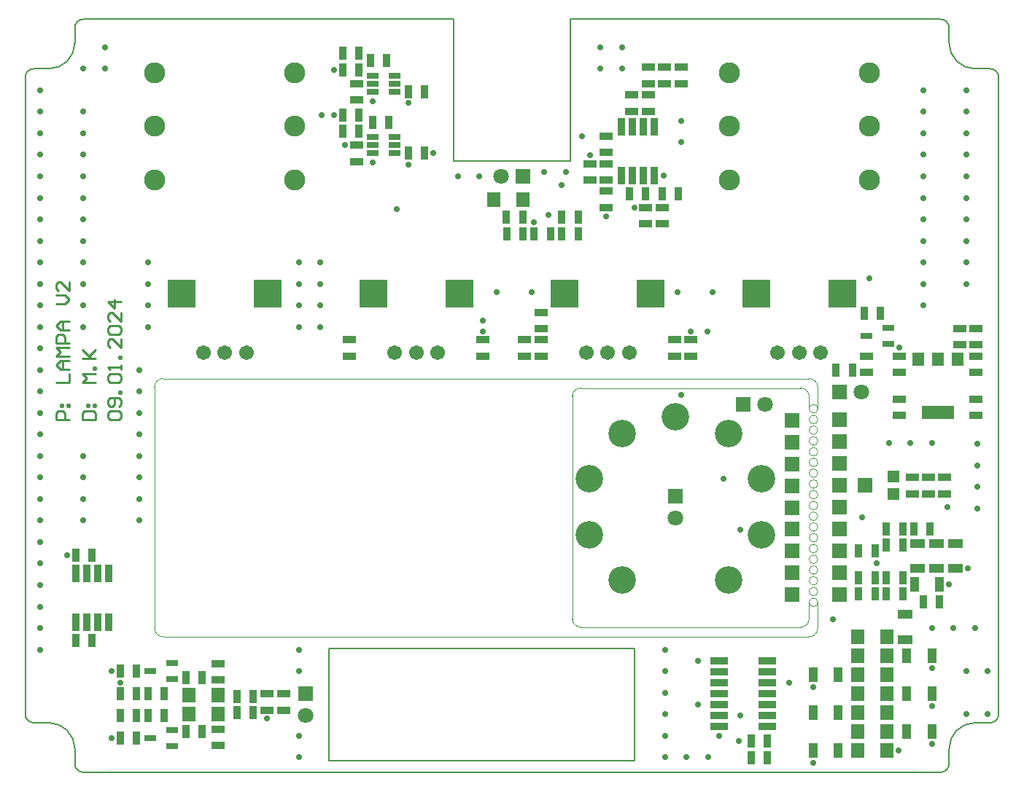
<source format=gts>
G04*
G04 #@! TF.GenerationSoftware,Altium Limited,Altium Designer,24.0.1 (36)*
G04*
G04 Layer_Color=8388736*
%FSAX44Y44*%
%MOMM*%
G71*
G04*
G04 #@! TF.SameCoordinates,BC1AE164-091E-45D8-8033-5DBA2348E9FA*
G04*
G04*
G04 #@! TF.FilePolarity,Negative*
G04*
G01*
G75*
%ADD10C,0.2000*%
%ADD17C,0.1000*%
%ADD31C,0.2540*%
%ADD32R,1.5032X0.9032*%
%ADD33R,0.9032X1.5032*%
%ADD34R,1.8032X1.1032*%
%ADD35R,1.1032X1.8032*%
%ADD36R,2.0032X0.9032*%
%ADD37R,1.4032X1.6032*%
%ADD38R,3.7032X1.6032*%
%ADD39R,1.4032X0.8032*%
%ADD40R,0.9032X2.0032*%
%ADD41R,1.4032X0.7532*%
%ADD42R,1.4032X1.4032*%
%ADD43R,1.7032X1.8032*%
%ADD44R,1.6032X1.8032*%
%ADD45C,1.8032*%
%ADD46R,1.8032X1.8032*%
%ADD47R,3.2032X3.2032*%
%ADD48C,1.7032*%
%ADD49C,2.4532*%
%ADD50R,1.8032X1.8032*%
%ADD51C,3.2032*%
%ADD52C,0.7032*%
D10*
X00855490Y00874477D02*
G03*
X00865490Y00864477I00010000J00000000D01*
G01*
X00912990Y00834487D02*
G03*
X00882990Y00864487I-00030000J00000000D01*
G01*
X00912981Y00816987D02*
G03*
X00922981Y00806987I00010000J00000000D01*
G01*
X01927990Y01654487D02*
G03*
X01957990Y01624487I00030000J00000000D01*
G01*
X01918000Y00806986D02*
G03*
X01928000Y00816987I00000000J00010000D01*
G01*
X00922981Y01681987D02*
G03*
X00912981Y01671987I00000000J-00010000D01*
G01*
X00865490Y01624496D02*
G03*
X00855490Y01614496I00000000J-00010000D01*
G01*
X01985491D02*
G03*
X01975491Y01624496I-00010000J00000000D01*
G01*
Y00864477D02*
G03*
X01985491Y00874477I00000000J00010000D01*
G01*
X01928000Y01671987D02*
G03*
X01918000Y01681987I-00010000J00000000D01*
G01*
X00882990Y01624487D02*
G03*
X00912990Y01654487I00000000J00030000D01*
G01*
X01957990Y00864487D02*
G03*
X01927990Y00834487I00000000J-00030000D01*
G01*
X01207790Y00820487D02*
X01433190Y00820487D01*
X01563190D01*
X01433190Y00950487D02*
X01563190D01*
X01207790Y00950487D02*
X01433190Y00950487D01*
X01563190Y00820487D02*
Y00950487D01*
X01207790Y00820487D02*
Y00950487D01*
X00865481Y00864487D02*
X00882990D01*
X00912990Y00816977D02*
Y00834487D01*
X01927990Y00816977D02*
Y00834487D01*
X01957990Y01624487D02*
X01975500D01*
X01487991Y01681987D02*
X01918000Y01681987D01*
X01927990Y01654487D02*
Y01671996D01*
X01352990Y01517487D02*
Y01669287D01*
X00912990Y01654487D02*
Y01671996D01*
X01957990Y00864487D02*
X01975500D01*
X00922981Y01681987D02*
X01352990D01*
X00922981Y00806987D02*
X01918000Y00806987D01*
X00855490Y00874477D02*
X00855490Y01614496D01*
X01352990Y01669287D02*
Y01681987D01*
X00865481Y01624487D02*
X00882990D01*
X01487991Y01517487D02*
Y01681987D01*
X01433190Y01517487D02*
X01487991D01*
X01352990D02*
X01433190D01*
X01985490Y00874477D02*
X01985490Y01614496D01*
D17*
X01015490Y01264477D02*
G03*
X01005490Y01254477I00000000J-00010000D01*
G01*
Y00974477D02*
G03*
X01015490Y00964477I00010000J00000000D01*
G01*
X01755490Y00975487D02*
G03*
X01765490Y00985487I00000000J00010000D01*
G01*
X01490491D02*
G03*
X01500491Y00975487I00010000J00000000D01*
G01*
Y01253487D02*
G03*
X01490491Y01243487I00000000J-00010000D01*
G01*
X01765490Y01243477D02*
G03*
X01755490Y01253477I-00010000J00000000D01*
G01*
X01775490Y01254477D02*
G03*
X01765490Y01264477I-00010000J00000000D01*
G01*
X01775490Y01004487D02*
G03*
X01775490Y01004487I-00005000J00000000D01*
G01*
Y01041987D02*
G03*
X01775490Y01041987I-00005000J00000000D01*
G01*
Y01029487D02*
G03*
X01775490Y01029487I-00005000J00000000D01*
G01*
Y01016987D02*
G03*
X01775490Y01016987I-00005000J00000000D01*
G01*
Y01079487D02*
G03*
X01775490Y01079487I-00005000J00000000D01*
G01*
Y01066987D02*
G03*
X01775490Y01066987I-00005000J00000000D01*
G01*
Y01054487D02*
G03*
X01775490Y01054487I-00005000J00000000D01*
G01*
Y01116987D02*
G03*
X01775490Y01116987I-00005000J00000000D01*
G01*
Y01104487D02*
G03*
X01775490Y01104487I-00005000J00000000D01*
G01*
Y01091987D02*
G03*
X01775490Y01091987I-00005000J00000000D01*
G01*
Y01129487D02*
G03*
X01775490Y01129487I-00005000J00000000D01*
G01*
Y01141987D02*
G03*
X01775490Y01141987I-00005000J00000000D01*
G01*
Y01154487D02*
G03*
X01775490Y01154487I-00005000J00000000D01*
G01*
Y01166987D02*
G03*
X01775490Y01166987I-00005000J00000000D01*
G01*
Y01179487D02*
G03*
X01775490Y01179487I-00005000J00000000D01*
G01*
Y01191987D02*
G03*
X01775490Y01191987I-00005000J00000000D01*
G01*
Y01204487D02*
G03*
X01775490Y01204487I-00005000J00000000D01*
G01*
Y01216987D02*
G03*
X01775490Y01216987I-00005000J00000000D01*
G01*
Y01229487D02*
G03*
X01775490Y01229487I-00005000J00000000D01*
G01*
X01765490Y00964477D02*
G03*
X01775490Y00974477I00000000J00010000D01*
G01*
X01005490D02*
Y01254477D01*
X01765490Y00985487D02*
Y01004487D01*
X01500491Y00975487D02*
X01755490Y00975487D01*
X01490491Y00983487D02*
Y01245487D01*
X01500491Y01253477D02*
X01755490Y01253477D01*
X01765490Y01229487D02*
Y01243477D01*
X01775490Y00974477D02*
Y01004487D01*
Y01228989D02*
Y01254477D01*
X01015490Y01264477D02*
X01765490Y01264477D01*
X01015490Y00964477D02*
X01765490Y00964477D01*
D31*
X00907012Y01216367D02*
X00891777D01*
Y01223984D01*
X00894317Y01226523D01*
X00899395D01*
X00901934Y01223984D01*
Y01216367D01*
X00896856Y01231602D02*
Y01234141D01*
X00899395D01*
Y01231602D01*
X00896856D01*
X00904473D02*
Y01234141D01*
X00907012D01*
Y01231602D01*
X00904473D01*
X00891777Y01259533D02*
X00907012D01*
Y01269689D01*
Y01274768D02*
X00896856D01*
X00891777Y01279846D01*
X00896856Y01284924D01*
X00907012D01*
X00899395D01*
Y01274768D01*
X00907012Y01290003D02*
X00891777D01*
X00896856Y01295081D01*
X00891777Y01300159D01*
X00907012D01*
Y01305238D02*
X00891777D01*
Y01312855D01*
X00894317Y01315394D01*
X00899395D01*
X00901934Y01312855D01*
Y01305238D01*
X00907012Y01320473D02*
X00896856D01*
X00891777Y01325551D01*
X00896856Y01330630D01*
X00907012D01*
X00899395D01*
Y01320473D01*
X00891777Y01350943D02*
X00901934D01*
X00907012Y01356021D01*
X00901934Y01361100D01*
X00891777D01*
X00907012Y01376335D02*
Y01366178D01*
X00896856Y01376335D01*
X00894317D01*
X00891777Y01373796D01*
Y01368717D01*
X00894317Y01366178D01*
X00921777Y01216367D02*
X00937012D01*
Y01223984D01*
X00934473Y01226523D01*
X00924317D01*
X00921777Y01223984D01*
Y01216367D01*
X00926856Y01231602D02*
Y01234141D01*
X00929395D01*
Y01231602D01*
X00926856D01*
X00934473D02*
Y01234141D01*
X00937012D01*
Y01231602D01*
X00934473D01*
X00937012Y01259533D02*
X00921777D01*
X00926856Y01264611D01*
X00921777Y01269689D01*
X00937012D01*
Y01274768D02*
X00934473D01*
Y01277307D01*
X00937012D01*
Y01274768D01*
X00921777Y01287464D02*
X00937012D01*
X00931934D01*
X00921777Y01297620D01*
X00929395Y01290003D01*
X00937012Y01297620D01*
X00954317Y01216367D02*
X00951777Y01218906D01*
Y01223984D01*
X00954317Y01226523D01*
X00964473D01*
X00967012Y01223984D01*
Y01218906D01*
X00964473Y01216367D01*
X00954317D01*
X00964473Y01231602D02*
X00967012Y01234141D01*
Y01239219D01*
X00964473Y01241758D01*
X00954317D01*
X00951777Y01239219D01*
Y01234141D01*
X00954317Y01231602D01*
X00956856D01*
X00959395Y01234141D01*
Y01241758D01*
X00967012Y01246837D02*
X00964473D01*
Y01249376D01*
X00967012D01*
Y01246837D01*
X00954317Y01259533D02*
X00951777Y01262072D01*
Y01267150D01*
X00954317Y01269689D01*
X00964473D01*
X00967012Y01267150D01*
Y01262072D01*
X00964473Y01259533D01*
X00954317D01*
X00967012Y01274768D02*
Y01279846D01*
Y01277307D01*
X00951777D01*
X00954317Y01274768D01*
X00967012Y01287464D02*
X00964473D01*
Y01290003D01*
X00967012D01*
Y01287464D01*
Y01310316D02*
Y01300159D01*
X00956856Y01310316D01*
X00954317D01*
X00951777Y01307777D01*
Y01302699D01*
X00954317Y01300159D01*
Y01315394D02*
X00951777Y01317934D01*
Y01323012D01*
X00954317Y01325551D01*
X00964473D01*
X00967012Y01323012D01*
Y01317934D01*
X00964473Y01315394D01*
X00954317D01*
X00967012Y01340786D02*
Y01330629D01*
X00956856Y01340786D01*
X00954317D01*
X00951777Y01338247D01*
Y01333169D01*
X00954317Y01330629D01*
X00967012Y01353482D02*
X00951777D01*
X00959395Y01345865D01*
Y01356021D01*
D32*
X01529740Y01546237D02*
D03*
Y01527237D02*
D03*
Y01514237D02*
D03*
Y01495237D02*
D03*
X01870240Y01221487D02*
D03*
Y01240487D02*
D03*
Y01271487D02*
D03*
Y01290487D02*
D03*
X01959241Y01221487D02*
D03*
Y01240487D02*
D03*
Y01271487D02*
D03*
Y01290487D02*
D03*
Y01303487D02*
D03*
Y01322487D02*
D03*
X01940240D02*
D03*
Y01303487D02*
D03*
X01616740Y01607237D02*
D03*
Y01626237D02*
D03*
X01575740Y01463237D02*
D03*
Y01444237D02*
D03*
X01597740Y01626237D02*
D03*
Y01607237D02*
D03*
X01559740Y01594237D02*
D03*
Y01575237D02*
D03*
X01578740Y01594237D02*
D03*
Y01575237D02*
D03*
Y01626237D02*
D03*
Y01607237D02*
D03*
X01239990Y01516737D02*
D03*
Y01535737D02*
D03*
Y01588237D02*
D03*
Y01607237D02*
D03*
X01510740Y01514237D02*
D03*
Y01495237D02*
D03*
X01884990Y01149487D02*
D03*
Y01130487D02*
D03*
X01903990Y01149487D02*
D03*
Y01130487D02*
D03*
X01832240Y01271487D02*
D03*
Y01290487D02*
D03*
X01079240Y00933237D02*
D03*
Y00914237D02*
D03*
X01155240Y00879237D02*
D03*
Y00898237D02*
D03*
X01079240Y00838237D02*
D03*
Y00857237D02*
D03*
X01136240Y00879237D02*
D03*
Y00898237D02*
D03*
X01453990Y01341487D02*
D03*
Y01322487D02*
D03*
X01386990Y01290487D02*
D03*
Y01309487D02*
D03*
X01231740D02*
D03*
Y01290487D02*
D03*
X01922990Y01149487D02*
D03*
Y01130487D02*
D03*
X01453990Y01290487D02*
D03*
Y01309487D02*
D03*
X01434990Y01290487D02*
D03*
Y01309487D02*
D03*
X01529740Y01463237D02*
D03*
Y01482237D02*
D03*
X01628240Y01309487D02*
D03*
Y01290487D02*
D03*
X01594740Y01463237D02*
D03*
Y01444237D02*
D03*
X01609240Y01309487D02*
D03*
Y01290487D02*
D03*
D33*
X01299990Y01526237D02*
D03*
X01318990D02*
D03*
Y01597987D02*
D03*
X01299990D02*
D03*
X01497240Y01432987D02*
D03*
X01478240D02*
D03*
X01414240D02*
D03*
X01433240D02*
D03*
X01848240Y01340487D02*
D03*
X01829240D02*
D03*
X01497240Y01451987D02*
D03*
X01478240D02*
D03*
X00933240Y00960237D02*
D03*
X00914240D02*
D03*
X01277490Y01562237D02*
D03*
X01258490D02*
D03*
X01255991Y01633737D02*
D03*
X01274990D02*
D03*
X01414190Y01451987D02*
D03*
X01433190D02*
D03*
X01446240Y01432987D02*
D03*
X01465240D02*
D03*
X01242990Y01551737D02*
D03*
X01223990D02*
D03*
Y01570737D02*
D03*
X01242990D02*
D03*
X01223990Y01623237D02*
D03*
X01242990D02*
D03*
Y01642237D02*
D03*
X01223990D02*
D03*
X01873990Y01089987D02*
D03*
X01854990D02*
D03*
X01905990D02*
D03*
X01886991D02*
D03*
X01822990Y01064487D02*
D03*
X01841990D02*
D03*
X00933240Y01059237D02*
D03*
X00914240D02*
D03*
X01041740Y00917237D02*
D03*
X01060740D02*
D03*
X00965740Y00924737D02*
D03*
X00984740D02*
D03*
X01016740Y00898237D02*
D03*
X00997740D02*
D03*
X00965740D02*
D03*
X00984740D02*
D03*
X01120240Y00895237D02*
D03*
X01101240D02*
D03*
X00997740Y00873237D02*
D03*
X01016740D02*
D03*
X00965740Y00846737D02*
D03*
X00984740D02*
D03*
X00965740Y00873237D02*
D03*
X00984740D02*
D03*
X01697990Y00823987D02*
D03*
X01716990D02*
D03*
X01697990Y00842987D02*
D03*
X01716990D02*
D03*
X01041740Y00854237D02*
D03*
X01060740D02*
D03*
X01101240Y00876237D02*
D03*
X01120240D02*
D03*
X01841990Y01032987D02*
D03*
X01822990D02*
D03*
X01841990Y01013987D02*
D03*
X01822990D02*
D03*
X01873990Y01070987D02*
D03*
X01854990D02*
D03*
X01873990Y01013987D02*
D03*
X01854990D02*
D03*
X01916990Y01004987D02*
D03*
X01897990D02*
D03*
X01873990Y01032987D02*
D03*
X01854990D02*
D03*
X01815699Y01274422D02*
D03*
X01796699D02*
D03*
X01575740Y01479237D02*
D03*
X01556740D02*
D03*
X01594740D02*
D03*
X01613740D02*
D03*
D34*
X01935490Y01072987D02*
D03*
Y01043987D02*
D03*
X01876990Y00961237D02*
D03*
Y00990237D02*
D03*
X01913490Y01043987D02*
D03*
Y01072987D02*
D03*
X01891490Y01043987D02*
D03*
Y01072987D02*
D03*
D35*
X01907990Y00942737D02*
D03*
X01878990D02*
D03*
X01769990Y00920737D02*
D03*
X01798990D02*
D03*
X01907990Y00898737D02*
D03*
X01878990D02*
D03*
X01769990Y00876737D02*
D03*
X01798990D02*
D03*
X01907990Y00854737D02*
D03*
X01878990D02*
D03*
X01769990Y00832737D02*
D03*
X01798990D02*
D03*
X01887990Y01025487D02*
D03*
X01916990D02*
D03*
D36*
X01660990Y00936837D02*
D03*
Y00873337D02*
D03*
X01716990Y00898737D02*
D03*
X01660990Y00860637D02*
D03*
X01716990Y00886037D02*
D03*
Y00860637D02*
D03*
Y00873337D02*
D03*
X01660990Y00898737D02*
D03*
X01716990Y00924137D02*
D03*
X01660990Y00886037D02*
D03*
X01716990Y00911437D02*
D03*
X01660990Y00924137D02*
D03*
Y00911437D02*
D03*
X01716990Y00936837D02*
D03*
D37*
X01891741Y01286987D02*
D03*
X01937740D02*
D03*
X01914740D02*
D03*
D38*
Y01224987D02*
D03*
D39*
X01857740Y01323487D02*
D03*
Y01304487D02*
D03*
X01831740Y01313987D02*
D03*
X01026240Y00934237D02*
D03*
Y00915237D02*
D03*
X01000240Y00924737D02*
D03*
X01026240Y00856237D02*
D03*
Y00837237D02*
D03*
X01000240Y00846737D02*
D03*
D40*
X00926890Y00981737D02*
D03*
Y01037737D02*
D03*
X00914190Y00981737D02*
D03*
Y01037737D02*
D03*
X00939590Y00981737D02*
D03*
Y01037737D02*
D03*
X00952290Y00981737D02*
D03*
Y01037737D02*
D03*
X01572590Y01556737D02*
D03*
Y01500737D02*
D03*
X01585290Y01556737D02*
D03*
Y01500737D02*
D03*
X01559890Y01556737D02*
D03*
Y01500737D02*
D03*
X01547190Y01556737D02*
D03*
Y01500737D02*
D03*
D41*
X01284490Y01616737D02*
D03*
Y01607237D02*
D03*
Y01597737D02*
D03*
X01258490Y01616737D02*
D03*
Y01607237D02*
D03*
Y01597737D02*
D03*
X01284490Y01545237D02*
D03*
Y01535737D02*
D03*
Y01526237D02*
D03*
X01258490Y01545237D02*
D03*
Y01535737D02*
D03*
Y01526237D02*
D03*
D42*
X01862990Y01130487D02*
D03*
Y01150487D02*
D03*
D43*
X01830490Y01140487D02*
D03*
D44*
X01855990Y00854736D02*
D03*
X01821990D02*
D03*
Y00876737D02*
D03*
X01855990D02*
D03*
Y00898736D02*
D03*
X01821990D02*
D03*
X01079240Y00874737D02*
D03*
X01045240D02*
D03*
X01821990Y00832737D02*
D03*
X01855990D02*
D03*
X01079240Y00896737D02*
D03*
X01045240D02*
D03*
X01821990Y00920737D02*
D03*
X01855990D02*
D03*
X01821990Y00964737D02*
D03*
X01855990D02*
D03*
Y00942737D02*
D03*
X01821990D02*
D03*
X01433190Y01472487D02*
D03*
X01399190D02*
D03*
D45*
X01180740Y00872787D02*
D03*
X01407790Y01499487D02*
D03*
X01610490Y01102687D02*
D03*
X01713990Y01234487D02*
D03*
X01825890Y01248987D02*
D03*
D46*
X01180740Y00898187D02*
D03*
X01800490Y01191587D02*
D03*
Y01216987D02*
D03*
X01745990Y01013787D02*
D03*
Y01064587D02*
D03*
X01610490Y01128087D02*
D03*
X01745990Y01039187D02*
D03*
Y01139787D02*
D03*
Y01114387D02*
D03*
Y01089987D02*
D03*
X01800490Y01013787D02*
D03*
Y01064587D02*
D03*
Y01039187D02*
D03*
Y01089987D02*
D03*
Y01115387D02*
D03*
Y01140787D02*
D03*
Y01166187D02*
D03*
X01745990Y01215987D02*
D03*
Y01165187D02*
D03*
Y01190587D02*
D03*
D47*
X01259320Y01363487D02*
D03*
X01359320D02*
D03*
X01036990D02*
D03*
X01136990D02*
D03*
X01703990D02*
D03*
X01803990D02*
D03*
X01481660D02*
D03*
X01581660D02*
D03*
D48*
X01284320Y01294487D02*
D03*
X01334320D02*
D03*
X01309320D02*
D03*
X01061990D02*
D03*
X01111990D02*
D03*
X01086990D02*
D03*
X01728990D02*
D03*
X01778990D02*
D03*
X01753990D02*
D03*
X01506660D02*
D03*
X01556660D02*
D03*
X01531660D02*
D03*
D49*
X01005490Y01619987D02*
D03*
Y01557487D02*
D03*
Y01494987D02*
D03*
X01168490D02*
D03*
Y01557487D02*
D03*
Y01619987D02*
D03*
X01672490D02*
D03*
Y01557487D02*
D03*
Y01494987D02*
D03*
X01835490D02*
D03*
Y01557487D02*
D03*
Y01619987D02*
D03*
D50*
X01433190Y01499487D02*
D03*
X01688590Y01234487D02*
D03*
X01800490Y01248987D02*
D03*
D51*
X01548773Y01030440D02*
D03*
X01510629Y01082940D02*
D03*
Y01147833D02*
D03*
X01548773Y01200333D02*
D03*
X01610490Y01220387D02*
D03*
X01672208Y01200333D02*
D03*
X01710351Y01147833D02*
D03*
Y01082940D02*
D03*
X01672208Y01030440D02*
D03*
D52*
X01616990Y01245487D02*
D03*
X00987990Y01274487D02*
D03*
Y01249487D02*
D03*
Y01224487D02*
D03*
Y01199487D02*
D03*
Y01174487D02*
D03*
Y01149487D02*
D03*
Y01124487D02*
D03*
Y01099487D02*
D03*
X01442990Y01364487D02*
D03*
X01402990D02*
D03*
X01462990Y01454487D02*
D03*
X01457990Y01504487D02*
D03*
X01482990D02*
D03*
X01357640Y01499449D02*
D03*
X01382640D02*
D03*
X01616721Y01539135D02*
D03*
Y01564135D02*
D03*
X01960838Y01188681D02*
D03*
Y01163681D02*
D03*
Y01138681D02*
D03*
Y01113681D02*
D03*
X01925700Y01115276D02*
D03*
X01827002Y01102925D02*
D03*
X01843990Y01049487D02*
D03*
X01792990Y00984487D02*
D03*
X01907990Y00974487D02*
D03*
X01932990D02*
D03*
X01957990D02*
D03*
X01857990Y01189487D02*
D03*
X01882990D02*
D03*
X01907990D02*
D03*
X01386990Y01331737D02*
D03*
X01647807Y01319487D02*
D03*
X01612990Y01364487D02*
D03*
X01652990D02*
D03*
X01547990Y01624487D02*
D03*
Y01649487D02*
D03*
X01522990D02*
D03*
Y01624487D02*
D03*
X01197990Y01399487D02*
D03*
Y01374487D02*
D03*
Y01349487D02*
D03*
Y01324487D02*
D03*
X01172990Y01399487D02*
D03*
Y01374487D02*
D03*
Y01349487D02*
D03*
Y01324487D02*
D03*
X00997990Y01399487D02*
D03*
Y01374487D02*
D03*
Y01349487D02*
D03*
Y01324487D02*
D03*
X00947990Y01649487D02*
D03*
Y01624487D02*
D03*
X00922990D02*
D03*
Y01524487D02*
D03*
Y01549487D02*
D03*
Y01574487D02*
D03*
Y01424487D02*
D03*
Y01449487D02*
D03*
Y01474487D02*
D03*
Y01499487D02*
D03*
Y01324487D02*
D03*
Y01349487D02*
D03*
Y01374487D02*
D03*
Y01399487D02*
D03*
Y01099487D02*
D03*
Y01124487D02*
D03*
Y01149487D02*
D03*
Y01174487D02*
D03*
X00872990Y01599487D02*
D03*
Y01574487D02*
D03*
Y01549487D02*
D03*
Y01374487D02*
D03*
Y01399487D02*
D03*
Y01424487D02*
D03*
Y01449487D02*
D03*
Y01474487D02*
D03*
Y01499487D02*
D03*
Y01524487D02*
D03*
Y01349487D02*
D03*
Y01324487D02*
D03*
Y01299487D02*
D03*
Y01274487D02*
D03*
Y01249487D02*
D03*
Y01224487D02*
D03*
Y01199487D02*
D03*
Y01174487D02*
D03*
Y01149487D02*
D03*
Y01124487D02*
D03*
Y01099487D02*
D03*
Y01074487D02*
D03*
Y01049487D02*
D03*
Y01024487D02*
D03*
Y00999487D02*
D03*
Y00974487D02*
D03*
Y00949487D02*
D03*
X01172990D02*
D03*
Y00924487D02*
D03*
Y00824487D02*
D03*
Y00849487D02*
D03*
X01647990Y00824487D02*
D03*
X01622990D02*
D03*
X01597990D02*
D03*
Y00849487D02*
D03*
Y00874487D02*
D03*
Y00899487D02*
D03*
Y00924487D02*
D03*
Y00949487D02*
D03*
X01972990Y00874487D02*
D03*
Y00924487D02*
D03*
X01947990Y00874487D02*
D03*
Y00924487D02*
D03*
X01897990Y01349487D02*
D03*
Y01374487D02*
D03*
Y01399487D02*
D03*
Y01424487D02*
D03*
Y01449487D02*
D03*
Y01474487D02*
D03*
Y01499487D02*
D03*
Y01524487D02*
D03*
Y01549487D02*
D03*
Y01574487D02*
D03*
Y01599487D02*
D03*
X01947990Y01374487D02*
D03*
Y01399487D02*
D03*
Y01424487D02*
D03*
Y01449487D02*
D03*
Y01474487D02*
D03*
Y01499487D02*
D03*
Y01524487D02*
D03*
Y01549487D02*
D03*
Y01574487D02*
D03*
Y01599487D02*
D03*
X01685389Y01089221D02*
D03*
X01666240Y01147987D02*
D03*
X01286490Y01461487D02*
D03*
X01870240Y01300487D02*
D03*
X01835740Y01381237D02*
D03*
X01299990Y01513237D02*
D03*
Y01584987D02*
D03*
X01478240Y01488987D02*
D03*
X00965740Y00911237D02*
D03*
X01258490Y01515487D02*
D03*
X01258490Y01586987D02*
D03*
X01562740Y01463237D02*
D03*
X01529740Y01453237D02*
D03*
X01386990Y01319487D02*
D03*
X01628240Y01319487D02*
D03*
X01949990Y01043987D02*
D03*
X01927990Y01025487D02*
D03*
X01501990Y01546237D02*
D03*
X01199173Y01570737D02*
D03*
X01226990Y01535737D02*
D03*
X01328990Y01526237D02*
D03*
X01136240Y00869237D02*
D03*
X00955740Y00846737D02*
D03*
Y00924737D02*
D03*
X01446240Y01445987D02*
D03*
X01869240Y00832737D02*
D03*
X01660990Y00848937D02*
D03*
X01596990Y01500737D02*
D03*
X01510741Y01524237D02*
D03*
X00904240Y01059237D02*
D03*
X01213990Y01570737D02*
D03*
Y01623237D02*
D03*
X01683490Y00842987D02*
D03*
X01769990Y00906237D02*
D03*
X01741890Y00911437D02*
D03*
X01636091Y00886037D02*
D03*
X01685890Y00873337D02*
D03*
X01636091Y00936837D02*
D03*
X01769990Y00818237D02*
D03*
X01907990Y00840237D02*
D03*
Y00884237D02*
D03*
Y00928237D02*
D03*
M02*

</source>
